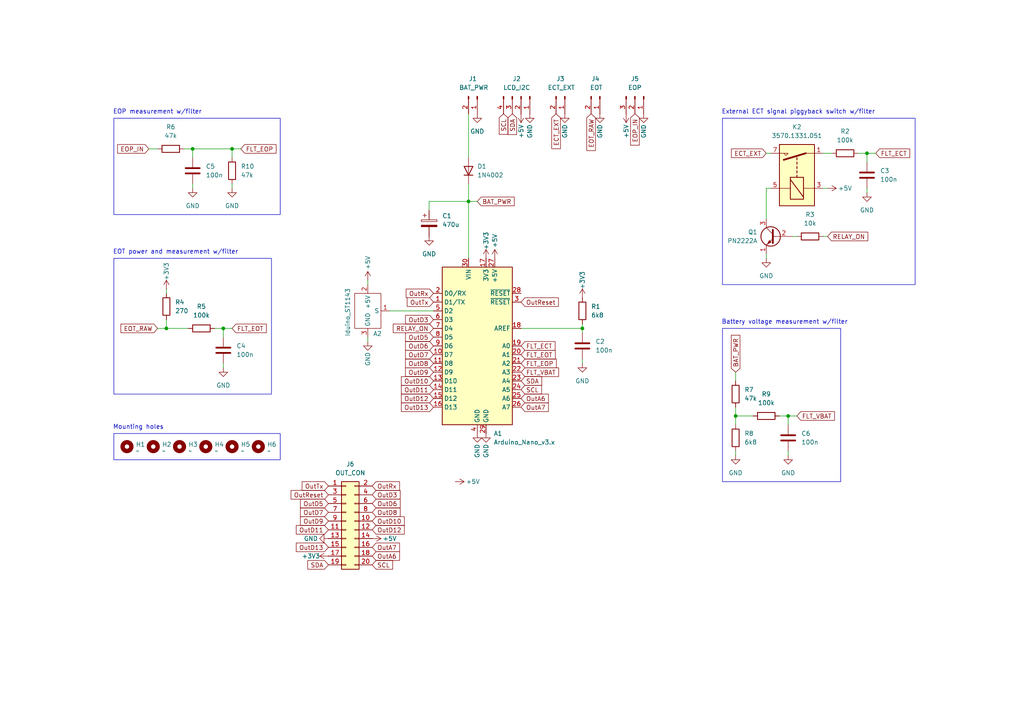
<source format=kicad_sch>
(kicad_sch (version 20231120) (generator "eeschema") (generator_version "8.0")
  (paper "A4")
  (title_block (title "Ardumiata Main PCB") (date "2024-05-11") (rev "v1") (comment 1 "Author: Mikołaj Bajkowski") (comment 2 "License: CC BY 4.0"))
  (lib_symbols
    (symbol "Connector:Conn_01x02_Pin" (pin_names (offset 1.016) hide)
      (property "Reference" "J" (at 0 2.54 0))
      (property "Value" "Conn_01x02_Pin" (at 0 -5.08 0))
      (symbol "Conn_01x02_Pin_1_1"
        (polyline (pts (xy 1.27 -2.54) (xy 0.8636 -2.54)) (stroke (width 0.1524)))
        (polyline (pts (xy 1.27 0) (xy 0.8636 0)) (stroke (width 0.1524)))
        (rectangle (start 0.8636 -2.413) (end 0 -2.667) (stroke (width 0.1524)) (fill (type outline)))
        (rectangle (start 0.8636 0.127) (end 0 -0.127) (stroke (width 0.1524)) (fill (type outline)))
        (pin passive line (at 5.08 0 180) (length 3.81) (name "Pin_1") (number "1"))
        (pin passive line (at 5.08 -2.54 180) (length 3.81) (name "Pin_2") (number "2"))
      )
    )
    (symbol "Connector:Conn_01x03_Pin" (pin_names (offset 1.016) hide)
      (property "Reference" "J" (at 0 5.08 0))
      (property "Value" "Conn_01x03_Pin" (at 0 -5.08 0))
      (symbol "Conn_01x03_Pin_1_1"
        (polyline (pts (xy 1.27 -2.54) (xy 0.8636 -2.54)) (stroke (width 0.1524)))
        (polyline (pts (xy 1.27 0) (xy 0.8636 0)) (stroke (width 0.1524)))
        (polyline (pts (xy 1.27 2.54) (xy 0.8636 2.54)) (stroke (width 0.1524)))
        (rectangle (start 0.8636 -2.413) (end 0 -2.667) (stroke (width 0.1524)) (fill (type outline)))
        (rectangle (start 0.8636 0.127) (end 0 -0.127) (stroke (width 0.1524)) (fill (type outline)))
        (rectangle (start 0.8636 2.667) (end 0 2.413) (stroke (width 0.1524)) (fill (type outline)))
        (pin passive line (at 5.08 2.54 180) (length 3.81) (name "Pin_1") (number "1"))
        (pin passive line (at 5.08 0 180) (length 3.81) (name "Pin_2") (number "2"))
        (pin passive line (at 5.08 -2.54 180) (length 3.81) (name "Pin_3") (number "3"))
      )
    )
    (symbol "Connector:Conn_01x04_Pin" (pin_names (offset 1.016) hide)
      (property "Reference" "J" (at 0 5.08 0))
      (property "Value" "Conn_01x04_Pin" (at 0 -7.62 0))
      (symbol "Conn_01x04_Pin_1_1"
        (polyline (pts (xy 1.27 -5.08) (xy 0.8636 -5.08)) (stroke (width 0.1524)))
        (polyline (pts (xy 1.27 -2.54) (xy 0.8636 -2.54)) (stroke (width 0.1524)))
        (polyline (pts (xy 1.27 0) (xy 0.8636 0)) (stroke (width 0.1524)))
        (polyline (pts (xy 1.27 2.54) (xy 0.8636 2.54)) (stroke (width 0.1524)))
        (rectangle (start 0.8636 -4.953) (end 0 -5.207) (stroke (width 0.1524)) (fill (type outline)))
        (rectangle (start 0.8636 -2.413) (end 0 -2.667) (stroke (width 0.1524)) (fill (type outline)))
        (rectangle (start 0.8636 0.127) (end 0 -0.127) (stroke (width 0.1524)) (fill (type outline)))
        (rectangle (start 0.8636 2.667) (end 0 2.413) (stroke (width 0.1524)) (fill (type outline)))
        (pin passive line (at 5.08 2.54 180) (length 3.81) (name "Pin_1") (number "1"))
        (pin passive line (at 5.08 0 180) (length 3.81) (name "Pin_2") (number "2"))
        (pin passive line (at 5.08 -2.54 180) (length 3.81) (name "Pin_3") (number "3"))
        (pin passive line (at 5.08 -5.08 180) (length 3.81) (name "Pin_4") (number "4"))
      )
    )
    (symbol "Connector_Generic:Conn_02x10_Odd_Even" (pin_names (offset 1.016) hide)
      (property "Reference" "J" (at 1.27 12.7 0))
      (property "Value" "Conn_02x10_Odd_Even" (at 1.27 -15.24 0))
      (symbol "Conn_02x10_Odd_Even_1_1"
        (rectangle (start -1.27 -12.573) (end 0 -12.827) (stroke (width 0.1524)))
        (rectangle (start -1.27 -10.033) (end 0 -10.287) (stroke (width 0.1524)))
        (rectangle (start -1.27 -7.493) (end 0 -7.747) (stroke (width 0.1524)))
        (rectangle (start -1.27 -4.953) (end 0 -5.207) (stroke (width 0.1524)))
        (rectangle (start -1.27 -2.413) (end 0 -2.667) (stroke (width 0.1524)))
        (rectangle (start -1.27 0.127) (end 0 -0.127) (stroke (width 0.1524)))
        (rectangle (start -1.27 2.667) (end 0 2.413) (stroke (width 0.1524)))
        (rectangle (start -1.27 5.207) (end 0 4.953) (stroke (width 0.1524)))
        (rectangle (start -1.27 7.747) (end 0 7.493) (stroke (width 0.1524)))
        (rectangle (start -1.27 10.287) (end 0 10.033) (stroke (width 0.1524)))
        (rectangle (start -1.27 11.43) (end 3.81 -13.97) (stroke (width 0.254)) (fill (type background)))
        (rectangle (start 3.81 -12.573) (end 2.54 -12.827) (stroke (width 0.1524)))
        (rectangle (start 3.81 -10.033) (end 2.54 -10.287) (stroke (width 0.1524)))
        (rectangle (start 3.81 -7.493) (end 2.54 -7.747) (stroke (width 0.1524)))
        (rectangle (start 3.81 -4.953) (end 2.54 -5.207) (stroke (width 0.1524)))
        (rectangle (start 3.81 -2.413) (end 2.54 -2.667) (stroke (width 0.1524)))
        (rectangle (start 3.81 0.127) (end 2.54 -0.127) (stroke (width 0.1524)))
        (rectangle (start 3.81 2.667) (end 2.54 2.413) (stroke (width 0.1524)))
        (rectangle (start 3.81 5.207) (end 2.54 4.953) (stroke (width 0.1524)))
        (rectangle (start 3.81 7.747) (end 2.54 7.493) (stroke (width 0.1524)))
        (rectangle (start 3.81 10.287) (end 2.54 10.033) (stroke (width 0.1524)))
        (pin passive line (at -5.08 10.16 0) (length 3.81) (name "Pin_1") (number "1"))
        (pin passive line (at 7.62 0 180) (length 3.81) (name "Pin_10") (number "10"))
        (pin passive line (at -5.08 -2.54 0) (length 3.81) (name "Pin_11") (number "11"))
        (pin passive line (at 7.62 -2.54 180) (length 3.81) (name "Pin_12") (number "12"))
        (pin passive line (at -5.08 -5.08 0) (length 3.81) (name "Pin_13") (number "13"))
        (pin passive line (at 7.62 -5.08 180) (length 3.81) (name "Pin_14") (number "14"))
        (pin passive line (at -5.08 -7.62 0) (length 3.81) (name "Pin_15") (number "15"))
        (pin passive line (at 7.62 -7.62 180) (length 3.81) (name "Pin_16") (number "16"))
        (pin passive line (at -5.08 -10.16 0) (length 3.81) (name "Pin_17") (number "17"))
        (pin passive line (at 7.62 -10.16 180) (length 3.81) (name "Pin_18") (number "18"))
        (pin passive line (at -5.08 -12.7 0) (length 3.81) (name "Pin_19") (number "19"))
        (pin passive line (at 7.62 10.16 180) (length 3.81) (name "Pin_2") (number "2"))
        (pin passive line (at 7.62 -12.7 180) (length 3.81) (name "Pin_20") (number "20"))
        (pin passive line (at -5.08 7.62 0) (length 3.81) (name "Pin_3") (number "3"))
        (pin passive line (at 7.62 7.62 180) (length 3.81) (name "Pin_4") (number "4"))
        (pin passive line (at -5.08 5.08 0) (length 3.81) (name "Pin_5") (number "5"))
        (pin passive line (at 7.62 5.08 180) (length 3.81) (name "Pin_6") (number "6"))
        (pin passive line (at -5.08 2.54 0) (length 3.81) (name "Pin_7") (number "7"))
        (pin passive line (at 7.62 2.54 180) (length 3.81) (name "Pin_8") (number "8"))
        (pin passive line (at -5.08 0 0) (length 3.81) (name "Pin_9") (number "9"))
      )
    )
    (symbol "Device:C" (pin_numbers hide) (pin_names (offset 0.254))
      (property "Reference" "C" (at 0.635 2.54 0))
      (property "Value" "C" (at 0.635 -2.54 0))
      (symbol "C_0_1"
        (polyline (pts (xy -2.032 -0.762) (xy 2.032 -0.762)) (stroke (width 0.508)))
        (polyline (pts (xy -2.032 0.762) (xy 2.032 0.762)) (stroke (width 0.508)))
      )
      (symbol "C_1_1"
        (pin passive line (at 0 3.81 270) (length 2.794) (name "~") (number "1"))
        (pin passive line (at 0 -3.81 90) (length 2.794) (name "~") (number "2"))
      )
    )
    (symbol "Device:C_Polarized" (pin_numbers hide) (pin_names (offset 0.254))
      (property "Reference" "C" (at 0.635 2.54 0))
      (property "Value" "C_Polarized" (at 0.635 -2.54 0))
      (symbol "C_Polarized_0_1"
        (rectangle (start -2.286 0.508) (end 2.286 1.016))
        (polyline (pts (xy -1.778 2.286) (xy -0.762 2.286)))
        (polyline (pts (xy -1.27 2.794) (xy -1.27 1.778)))
        (rectangle (start 2.286 -0.508) (end -2.286 -1.016) (fill (type outline)))
      )
      (symbol "C_Polarized_1_1"
        (pin passive line (at 0 3.81 270) (length 2.794) (name "~") (number "1"))
        (pin passive line (at 0 -3.81 90) (length 2.794) (name "~") (number "2"))
      )
    )
    (symbol "Device:R" (pin_numbers hide) (pin_names (offset 0))
      (property "Reference" "R" (at 2.032 0 90))
      (property "Value" "R" (at 0 0 90))
      (symbol "R_0_1"
        (rectangle (start -1.016 -2.54) (end 1.016 2.54) (stroke (width 0.254)))
      )
      (symbol "R_1_1"
        (pin passive line (at 0 3.81 270) (length 1.27) (name "~") (number "1"))
        (pin passive line (at 0 -3.81 90) (length 1.27) (name "~") (number "2"))
      )
    )
    (symbol "Diode:1N4002" (pin_numbers hide) (pin_names hide)
      (property "Reference" "D" (at 0 2.54 0))
      (property "Value" "1N4002" (at 0 -2.54 0))
      (symbol "1N4002_0_1"
        (polyline (pts (xy -1.27 1.27) (xy -1.27 -1.27)) (stroke (width 0.254)))
        (polyline (pts (xy 1.27 0) (xy -1.27 0)))
        (polyline (pts (xy 1.27 1.27) (xy 1.27 -1.27) (xy -1.27 0) (xy 1.27 1.27)) (stroke (width 0.254)))
      )
      (symbol "1N4002_1_1"
        (pin passive line (at -3.81 0 0) (length 2.54) (name "K") (number "1"))
        (pin passive line (at 3.81 0 180) (length 2.54) (name "A") (number "2"))
      )
    )
    (symbol "MCU_Module:Arduino_Nano_v3.x"
      (property "Reference" "A" (at -10.16 23.495 0))
      (property "Value" "Arduino_Nano_v3.x" (at 5.08 -24.13 0))
      (symbol "Arduino_Nano_v3.x_0_1"
        (rectangle (start -10.16 22.86) (end 10.16 -22.86) (stroke (width 0.254)) (fill (type background)))
      )
      (symbol "Arduino_Nano_v3.x_1_1"
        (pin bidirectional line (at -12.7 12.7 0) (length 2.54) (name "D1/TX") (number "1"))
        (pin bidirectional line (at -12.7 -2.54 0) (length 2.54) (name "D7") (number "10"))
        (pin bidirectional line (at -12.7 -5.08 0) (length 2.54) (name "D8") (number "11"))
        (pin bidirectional line (at -12.7 -7.62 0) (length 2.54) (name "D9") (number "12"))
        (pin bidirectional line (at -12.7 -10.16 0) (length 2.54) (name "D10") (number "13"))
        (pin bidirectional line (at -12.7 -12.7 0) (length 2.54) (name "D11") (number "14"))
        (pin bidirectional line (at -12.7 -15.24 0) (length 2.54) (name "D12") (number "15"))
        (pin bidirectional line (at -12.7 -17.78 0) (length 2.54) (name "D13") (number "16"))
        (pin power_out line (at 2.54 25.4 270) (length 2.54) (name "3V3") (number "17"))
        (pin input line (at 12.7 5.08 180) (length 2.54) (name "AREF") (number "18"))
        (pin bidirectional line (at 12.7 0 180) (length 2.54) (name "A0") (number "19"))
        (pin bidirectional line (at -12.7 15.24 0) (length 2.54) (name "D0/RX") (number "2"))
        (pin bidirectional line (at 12.7 -2.54 180) (length 2.54) (name "A1") (number "20"))
        (pin bidirectional line (at 12.7 -5.08 180) (length 2.54) (name "A2") (number "21"))
        (pin bidirectional line (at 12.7 -7.62 180) (length 2.54) (name "A3") (number "22"))
        (pin bidirectional line (at 12.7 -10.16 180) (length 2.54) (name "A4") (number "23"))
        (pin bidirectional line (at 12.7 -12.7 180) (length 2.54) (name "A5") (number "24"))
        (pin bidirectional line (at 12.7 -15.24 180) (length 2.54) (name "A6") (number "25"))
        (pin bidirectional line (at 12.7 -17.78 180) (length 2.54) (name "A7") (number "26"))
        (pin power_out line (at 5.08 25.4 270) (length 2.54) (name "+5V") (number "27"))
        (pin input line (at 12.7 15.24 180) (length 2.54) (name "~{RESET}") (number "28"))
        (pin power_in line (at 2.54 -25.4 90) (length 2.54) (name "GND") (number "29"))
        (pin input line (at 12.7 12.7 180) (length 2.54) (name "~{RESET}") (number "3"))
        (pin power_in line (at -2.54 25.4 270) (length 2.54) (name "VIN") (number "30"))
        (pin power_in line (at 0 -25.4 90) (length 2.54) (name "GND") (number "4"))
        (pin bidirectional line (at -12.7 10.16 0) (length 2.54) (name "D2") (number "5"))
        (pin bidirectional line (at -12.7 7.62 0) (length 2.54) (name "D3") (number "6"))
        (pin bidirectional line (at -12.7 5.08 0) (length 2.54) (name "D4") (number "7"))
        (pin bidirectional line (at -12.7 2.54 0) (length 2.54) (name "D5") (number "8"))
        (pin bidirectional line (at -12.7 0 0) (length 2.54) (name "D6") (number "9"))
      )
    )
    (symbol "Mechanical:MountingHole" (pin_names (offset 1.016)) (exclude_from_sim yes) (in_bom no)
      (property "Reference" "H" (at 0 5.08 0))
      (property "Value" "MountingHole" (at 0 3.175 0))
      (symbol "MountingHole_0_1"
        (circle (center 0 0) (radius 1.27) (stroke (width 1.27)))
      )
    )
    (symbol "Relay:SILxx-1Axx-71x"
      (property "Reference" "K" (at 8.89 3.81 0))
      (property "Value" "SILxx-1Axx-71x" (at 8.89 1.27 0))
      (symbol "SILxx-1Axx-71x_0_0"
        (polyline (pts (xy 5.08 5.08) (xy 5.08 2.54) (xy 4.445 3.175) (xy 5.08 3.81)))
      )
      (symbol "SILxx-1Axx-71x_0_1"
        (rectangle (start -10.16 5.08) (end 7.62 -5.08) (stroke (width 0.254)) (fill (type background)))
        (rectangle (start -8.255 1.905) (end -1.905 -1.905) (stroke (width 0.254)))
        (polyline (pts (xy -7.62 -1.905) (xy -2.54 1.905)) (stroke (width 0.254)))
        (polyline (pts (xy -5.08 -5.08) (xy -5.08 -1.905)))
        (polyline (pts (xy -5.08 5.08) (xy -5.08 1.905)))
        (polyline (pts (xy -1.905 0) (xy -1.27 0)) (stroke (width 0.254)))
        (polyline (pts (xy -0.635 0) (xy 0 0)) (stroke (width 0.254)))
        (polyline (pts (xy 0.635 0) (xy 1.27 0)) (stroke (width 0.254)))
        (polyline (pts (xy 1.905 0) (xy 2.54 0)) (stroke (width 0.254)))
        (polyline (pts (xy 3.175 0) (xy 3.81 0)) (stroke (width 0.254)))
        (polyline (pts (xy 5.08 -2.54) (xy 3.175 3.81)) (stroke (width 0.508)))
        (polyline (pts (xy 5.08 -2.54) (xy 5.08 -5.08)))
      )
      (symbol "SILxx-1Axx-71x_1_1"
        (pin passive line (at 5.08 -7.62 90) (length 2.54) (name "~") (number "1"))
        (pin passive line (at -5.08 -7.62 90) (length 2.54) (name "~") (number "3"))
        (pin passive line (at -5.08 7.62 270) (length 2.54) (name "~") (number "5"))
        (pin passive line (at 5.08 7.62 270) (length 2.54) (name "~") (number "7"))
      )
    )
    (symbol "Transistor_BJT:PN2222A" (pin_names (offset 0) hide)
      (property "Reference" "Q" (at 5.08 1.905 0))
      (property "Value" "PN2222A" (at 5.08 0 0))
      (symbol "PN2222A_0_1"
        (polyline (pts (xy 0 0) (xy 0.635 0)))
        (polyline (pts (xy 2.54 -2.54) (xy 0.635 -0.635)))
        (polyline (pts (xy 2.54 2.54) (xy 0.635 0.635)))
        (polyline (pts (xy 0.635 1.905) (xy 0.635 -1.905) (xy 0.635 -1.905)) (stroke (width 0.508)))
        (polyline (pts (xy 2.413 -2.413) (xy 1.905 -1.905) (xy 1.905 -1.905)))
        (polyline (pts (xy 1.143 -1.651) (xy 1.651 -1.143) (xy 2.159 -2.159) (xy 1.143 -1.651) (xy 1.143 -1.651)) (fill (type outline)))
        (circle (center 1.27 0) (radius 2.8194) (stroke (width 0.254)))
      )
      (symbol "PN2222A_1_1"
        (pin passive line (at 2.54 -5.08 90) (length 2.54) (name "E") (number "1"))
        (pin input line (at -5.08 0 0) (length 5.08) (name "B") (number "2"))
        (pin passive line (at 2.54 5.08 270) (length 2.54) (name "C") (number "3"))
      )
    )
    (symbol "local_symlib:Iduino_ST1143"
      (property "Reference" "A" (at -1.778 -7.874 0))
      (property "Value" "Iduino_ST1143" (at 4.572 -10.16 0))
      (symbol "Iduino_ST1143_0_1"
        (rectangle (start 0 3.81) (end -7.62 -6.35))
      )
      (symbol "Iduino_ST1143_1_1"
        (pin input line (at 2.54 -1.27 180) (length 2.54) (name "S") (number "1"))
        (pin power_in line (at -3.81 6.35 270) (length 2.54) (name "+5V") (number "2"))
        (pin input line (at -3.81 -8.89 90) (length 2.54) (name "GND") (number "3"))
      )
    )
    (symbol "power:+3V3" (power) (pin_numbers hide) (pin_names (offset 0) hide)
      (property "Value" "+3V3" (at 0 3.556 0))
      (symbol "+3V3_0_1"
        (polyline (pts (xy -0.762 1.27) (xy 0 2.54)))
        (polyline (pts (xy 0 0) (xy 0 2.54)))
        (polyline (pts (xy 0 2.54) (xy 0.762 1.27)))
      )
      (symbol "+3V3_1_1"
        (pin power_in line (at 0 0 90) (length 0) (name "~") (number "1"))
      )
    )
    (symbol "power:+5V" (power) (pin_numbers hide) (pin_names (offset 0) hide)
      (property "Value" "+5V" (at 0 3.556 0))
      (symbol "+5V_0_1"
        (polyline (pts (xy -0.762 1.27) (xy 0 2.54)))
        (polyline (pts (xy 0 0) (xy 0 2.54)))
        (polyline (pts (xy 0 2.54) (xy 0.762 1.27)))
      )
      (symbol "+5V_1_1"
        (pin power_in line (at 0 0 90) (length 0) (name "~") (number "1"))
      )
    )
    (symbol "power:GND" (power) (pin_numbers hide) (pin_names (offset 0) hide)
      (property "Value" "GND" (at 0 -3.81 0))
      (symbol "GND_0_1"
        (polyline (pts (xy 0 0) (xy 0 -1.27) (xy 1.27 -1.27) (xy 0 -2.54) (xy -1.27 -1.27) (xy 0 -1.27)))
      )
      (symbol "GND_1_1"
        (pin power_in line (at 0 0 270) (length 0) (name "~") (number "1"))
      )
    )
  )
  (junction (at 64.77 95.25))
  (junction (at 67.31 43.18))
  (junction (at 213.36 120.65))
  (junction (at 168.91 95.25))
  (junction (at 251.46 44.45))
  (junction (at 55.88 43.18))
  (junction (at 228.6 120.65))
  (junction (at 135.89 58.42))
  (junction (at 48.26 95.25))
  (wire (pts (xy 168.91 93.98) (xy 168.91 95.25)))
  (wire (pts (xy 228.6 130.81) (xy 228.6 132.08)))
  (wire (pts (xy 124.46 58.42) (xy 135.89 58.42)))
  (wire (pts (xy 113.03 90.17) (xy 125.73 90.17)))
  (wire (pts (xy 48.26 92.71) (xy 48.26 95.25)))
  (wire (pts (xy 213.36 118.11) (xy 213.36 120.65)))
  (wire (pts (xy 64.77 95.25) (xy 67.31 95.25)))
  (wire (pts (xy 226.06 120.65) (xy 228.6 120.65)))
  (wire (pts (xy 222.25 73.66) (xy 222.25 74.93)))
  (wire (pts (xy 53.34 43.18) (xy 55.88 43.18)))
  (wire (pts (xy 168.91 95.25) (xy 168.91 96.52)))
  (wire (pts (xy 222.25 44.45) (xy 223.52 44.45)))
  (wire (pts (xy 248.92 44.45) (xy 251.46 44.45)))
  (wire (pts (xy 228.6 120.65) (xy 228.6 123.19)))
  (wire (pts (xy 168.91 95.25) (xy 151.13 95.25)))
  (wire (pts (xy 55.88 53.34) (xy 55.88 54.61)))
  (wire (pts (xy 55.88 43.18) (xy 55.88 45.72)))
  (wire (pts (xy 135.89 33.02) (xy 135.89 45.72)))
  (wire (pts (xy 228.6 120.65) (xy 231.14 120.65)))
  (wire (pts (xy 251.46 46.99) (xy 251.46 44.45)))
  (wire (pts (xy 222.25 54.61) (xy 223.52 54.61)))
  (wire (pts (xy 64.77 105.41) (xy 64.77 106.68)))
  (wire (pts (xy 55.88 43.18) (xy 67.31 43.18)))
  (wire (pts (xy 168.91 105.41) (xy 168.91 104.14)))
  (wire (pts (xy 213.36 120.65) (xy 213.36 123.19)))
  (wire (pts (xy 67.31 53.34) (xy 67.31 54.61)))
  (wire (pts (xy 213.36 130.81) (xy 213.36 132.08)))
  (wire (pts (xy 45.72 95.25) (xy 48.26 95.25)))
  (wire (pts (xy 106.68 81.28) (xy 106.68 82.55)))
  (wire (pts (xy 43.18 43.18) (xy 45.72 43.18)))
  (wire (pts (xy 213.36 120.65) (xy 218.44 120.65)))
  (wire (pts (xy 48.26 95.25) (xy 54.61 95.25)))
  (wire (pts (xy 135.89 58.42) (xy 135.89 74.93)))
  (wire (pts (xy 67.31 45.72) (xy 67.31 43.18)))
  (wire (pts (xy 135.89 53.34) (xy 135.89 58.42)))
  (wire (pts (xy 135.89 58.42) (xy 138.43 58.42)))
  (wire (pts (xy 238.76 44.45) (xy 241.3 44.45)))
  (wire (pts (xy 48.26 83.82) (xy 48.26 85.09)))
  (wire (pts (xy 222.25 63.5) (xy 222.25 54.61)))
  (wire (pts (xy 124.46 58.42) (xy 124.46 60.96)))
  (wire (pts (xy 67.31 43.18) (xy 69.85 43.18)))
  (wire (pts (xy 62.23 95.25) (xy 64.77 95.25)))
  (wire (pts (xy 106.68 97.79) (xy 106.68 99.06)))
  (wire (pts (xy 251.46 54.61) (xy 251.46 55.88)))
  (wire (pts (xy 251.46 44.45) (xy 254 44.45)))
  (wire (pts (xy 238.76 54.61) (xy 240.03 54.61)))
  (wire (pts (xy 229.87 68.58) (xy 231.14 68.58)))
  (wire (pts (xy 64.77 95.25) (xy 64.77 97.79)))
  (wire (pts (xy 240.03 68.58) (xy 238.76 68.58)))
  (wire (pts (xy 213.36 107.95) (xy 213.36 110.49)))
  (rectangle (start 33.02 34.29) (end 81.28 62.23))
  (rectangle (start 209.55 34.29) (end 265.43 82.55))
  (rectangle (start 33.02 74.93) (end 78.74 114.3))
  (rectangle (start 33.02 125.73) (end 81.28 133.35))
  (rectangle (start 209.55 95.25) (end 243.84 139.7))
  (text "EOP measurement w/filter" (at 32.766 32.512 0) (effects (font (size 1.27 1.27)) (justify left)))
  (text "Battery voltage measurement w/filter" (at 209.296 93.472 0) (effects (font (size 1.27 1.27)) (justify left)))
  (text "External ECT signal piggyback switch w/filter" (at 209.296 32.512 0) (effects (font (size 1.27 1.27)) (justify left)))
  (text "Mounting holes" (at 40.132 123.952 0) (effects (font (size 1.27 1.27))))
  (text "EOT power and measurement w/filter" (at 32.766 73.152 0) (effects (font (size 1.27 1.27)) (justify left)))
  (global_label "SCL" (shape input) (at 146.05 33.02 270) (property "Intersheetrefs" "${INTERSHEET_REFS}" (effects (hide yes))))
  (global_label "EOP_IN" (shape input) (at 184.15 33.02 270) (property "Intersheetrefs" "${INTERSHEET_REFS}" (effects (hide yes))))
  (global_label "OutD5" (shape input) (at 95.25 146.05 180) (property "Intersheetrefs" "${INTERSHEET_REFS}" (effects (hide yes))))
  (global_label "FLT_ECT" (shape input) (at 151.13 100.33 0) (property "Intersheetrefs" "${INTERSHEET_REFS}" (effects (hide yes))))
  (global_label "OutA6" (shape input) (at 107.95 161.29 0) (property "Intersheetrefs" "${INTERSHEET_REFS}" (effects (hide yes))))
  (global_label "OutD11" (shape input) (at 125.73 113.03 180) (property "Intersheetrefs" "${INTERSHEET_REFS}" (effects (hide yes))))
  (global_label "OutA6" (shape input) (at 151.13 115.57 0) (property "Intersheetrefs" "${INTERSHEET_REFS}" (effects (hide yes))))
  (global_label "RELAY_ON" (shape input) (at 240.03 68.58 0) (property "Intersheetrefs" "${INTERSHEET_REFS}" (effects (hide yes))))
  (global_label "OutD3" (shape input) (at 107.95 143.51 0) (property "Intersheetrefs" "${INTERSHEET_REFS}" (effects (hide yes))))
  (global_label "SCL" (shape input) (at 151.13 113.03 0) (property "Intersheetrefs" "${INTERSHEET_REFS}" (effects (hide yes))))
  (global_label "OutD6" (shape input) (at 107.95 146.05 0) (property "Intersheetrefs" "${INTERSHEET_REFS}" (effects (hide yes))))
  (global_label "OutReset" (shape input) (at 95.25 143.51 180) (property "Intersheetrefs" "${INTERSHEET_REFS}" (effects (hide yes))))
  (global_label "OutA7" (shape input) (at 107.95 158.75 0) (property "Intersheetrefs" "${INTERSHEET_REFS}" (effects (hide yes))))
  (global_label "OutD3" (shape input) (at 125.73 92.71 180) (property "Intersheetrefs" "${INTERSHEET_REFS}" (effects (hide yes))))
  (global_label "ECT_EXT" (shape input) (at 161.29 33.02 270) (property "Intersheetrefs" "${INTERSHEET_REFS}" (effects (hide yes))))
  (global_label "OutD11" (shape input) (at 95.25 153.67 180) (property "Intersheetrefs" "${INTERSHEET_REFS}" (effects (hide yes))))
  (global_label "FLT_EOT" (shape input) (at 151.13 102.87 0) (property "Intersheetrefs" "${INTERSHEET_REFS}" (effects (hide yes))))
  (global_label "FLT_EOT" (shape input) (at 67.31 95.25 0) (property "Intersheetrefs" "${INTERSHEET_REFS}" (effects (hide yes))))
  (global_label "OutD9" (shape input) (at 125.73 107.95 180) (property "Intersheetrefs" "${INTERSHEET_REFS}" (effects (hide yes))))
  (global_label "SDA" (shape input) (at 95.25 163.83 180) (property "Intersheetrefs" "${INTERSHEET_REFS}" (effects (hide yes))))
  (global_label "ECT_EXT" (shape input) (at 222.25 44.45 180) (property "Intersheetrefs" "${INTERSHEET_REFS}" (effects (hide yes))))
  (global_label "OutD13" (shape input) (at 95.25 158.75 180) (property "Intersheetrefs" "${INTERSHEET_REFS}" (effects (hide yes))))
  (global_label "FLT_ECT" (shape input) (at 254 44.45 0) (property "Intersheetrefs" "${INTERSHEET_REFS}" (effects (hide yes))))
  (global_label "BAT_PWR" (shape input) (at 138.43 58.42 0) (property "Intersheetrefs" "${INTERSHEET_REFS}" (effects (hide yes))))
  (global_label "OutTx" (shape input) (at 95.25 140.97 180) (property "Intersheetrefs" "${INTERSHEET_REFS}" (effects (hide yes))))
  (global_label "FLT_EOP" (shape input) (at 151.13 105.41 0) (property "Intersheetrefs" "${INTERSHEET_REFS}" (effects (hide yes))))
  (global_label "BAT_PWR" (shape input) (at 213.36 107.95 90) (property "Intersheetrefs" "${INTERSHEET_REFS}" (effects (hide yes))))
  (global_label "OutA7" (shape input) (at 151.13 118.11 0) (property "Intersheetrefs" "${INTERSHEET_REFS}" (effects (hide yes))))
  (global_label "OutD6" (shape input) (at 125.73 100.33 180) (property "Intersheetrefs" "${INTERSHEET_REFS}" (effects (hide yes))))
  (global_label "OutD7" (shape input) (at 125.73 102.87 180) (property "Intersheetrefs" "${INTERSHEET_REFS}" (effects (hide yes))))
  (global_label "FLT_VBAT" (shape input) (at 231.14 120.65 0) (property "Intersheetrefs" "${INTERSHEET_REFS}" (effects (hide yes))))
  (global_label "EOT_RAW" (shape input) (at 171.45 33.02 270) (property "Intersheetrefs" "${INTERSHEET_REFS}" (effects (hide yes))))
  (global_label "OutReset" (shape input) (at 151.13 87.63 0) (property "Intersheetrefs" "${INTERSHEET_REFS}" (effects (hide yes))))
  (global_label "SCL" (shape input) (at 107.95 163.83 0) (property "Intersheetrefs" "${INTERSHEET_REFS}" (effects (hide yes))))
  (global_label "OutD12" (shape input) (at 125.73 115.57 180) (property "Intersheetrefs" "${INTERSHEET_REFS}" (effects (hide yes))))
  (global_label "OutRx" (shape input) (at 125.73 85.09 180) (property "Intersheetrefs" "${INTERSHEET_REFS}" (effects (hide yes))))
  (global_label "OutD8" (shape input) (at 125.73 105.41 180) (property "Intersheetrefs" "${INTERSHEET_REFS}" (effects (hide yes))))
  (global_label "OutD7" (shape input) (at 95.25 148.59 180) (property "Intersheetrefs" "${INTERSHEET_REFS}" (effects (hide yes))))
  (global_label "SDA" (shape input) (at 148.59 33.02 270) (property "Intersheetrefs" "${INTERSHEET_REFS}" (effects (hide yes))))
  (global_label "EOT_RAW" (shape input) (at 45.72 95.25 180) (property "Intersheetrefs" "${INTERSHEET_REFS}" (effects (hide yes))))
  (global_label "OutD5" (shape input) (at 125.73 97.79 180) (property "Intersheetrefs" "${INTERSHEET_REFS}" (effects (hide yes))))
  (global_label "OutTx" (shape input) (at 125.73 87.63 180) (property "Intersheetrefs" "${INTERSHEET_REFS}" (effects (hide yes))))
  (global_label "OutD12" (shape input) (at 107.95 153.67 0) (property "Intersheetrefs" "${INTERSHEET_REFS}" (effects (hide yes))))
  (global_label "RELAY_ON" (shape input) (at 125.73 95.25 180) (property "Intersheetrefs" "${INTERSHEET_REFS}" (effects (hide yes))))
  (global_label "OutD8" (shape input) (at 107.95 148.59 0) (property "Intersheetrefs" "${INTERSHEET_REFS}" (effects (hide yes))))
  (global_label "EOP_IN" (shape input) (at 43.18 43.18 180) (property "Intersheetrefs" "${INTERSHEET_REFS}" (effects (hide yes))))
  (global_label "OutRx" (shape input) (at 107.95 140.97 0) (property "Intersheetrefs" "${INTERSHEET_REFS}" (effects (hide yes))))
  (global_label "FLT_VBAT" (shape input) (at 151.13 107.95 0) (property "Intersheetrefs" "${INTERSHEET_REFS}" (effects (hide yes))))
  (global_label "OutD9" (shape input) (at 95.25 151.13 180) (property "Intersheetrefs" "${INTERSHEET_REFS}" (effects (hide yes))))
  (global_label "OutD13" (shape input) (at 125.73 118.11 180) (property "Intersheetrefs" "${INTERSHEET_REFS}" (effects (hide yes))))
  (global_label "SDA" (shape input) (at 151.13 110.49 0) (property "Intersheetrefs" "${INTERSHEET_REFS}" (effects (hide yes))))
  (global_label "FLT_EOP" (shape input) (at 69.85 43.18 0) (property "Intersheetrefs" "${INTERSHEET_REFS}" (effects (hide yes))))
  (global_label "OutD10" (shape input) (at 107.95 151.13 0) (property "Intersheetrefs" "${INTERSHEET_REFS}" (effects (hide yes))))
  (global_label "OutD10" (shape input) (at 125.73 110.49 180) (property "Intersheetrefs" "${INTERSHEET_REFS}" (effects (hide yes))))
  (symbol (lib_id "power:+5V") (at 143.51 74.93 0) (unit 1)
    (property "Reference" "#PWR03" (effects (hide yes)))
    (property "Value" "+5V" (at 143.51 69.85 90))
    (property "Description" "Power symbol creates a global label with name \"+5V\"" (effects (hide yes)))
  )
  (symbol (lib_id "Device:C") (at 251.46 50.8 0) (unit 1)
    (property "Reference" "C3" (at 255.27 49.5299 0) (effects (justify left)))
    (property "Value" "100n" (at 255.27 52.0699 0) (effects (justify left)))
    (property "Footprint" "Capacitor_THT:C_Disc_D3.8mm_W2.6mm_P2.50mm" (effects (hide yes)))
    (property "Description" "Unpolarized capacitor" (effects (hide yes)))
  )
  (symbol (lib_id "Device:R") (at 168.91 90.17 180) (unit 1)
    (property "Reference" "R1" (at 171.45 88.8999 0) (effects (justify right)))
    (property "Value" "6k8" (at 171.45 91.4399 0) (effects (justify right)))
    (property "Footprint" "Resistor_THT:R_Axial_DIN0207_L6.3mm_D2.5mm_P7.62mm_Horizontal" (effects (hide yes)))
    (property "Description" "Resistor" (effects (hide yes)))
  )
  (symbol (lib_id "power:GND") (at 124.46 68.58 0) (unit 1)
    (property "Reference" "#PWR01" (effects (hide yes)))
    (property "Value" "GND" (at 124.46 73.66 0))
    (property "Description" "Power symbol creates a global label with name \"GND\" , ground" (effects (hide yes)))
  )
  (symbol (lib_id "Relay:SILxx-1Axx-71x") (at 231.14 49.53 90) (unit 1)
    (property "Reference" "K2" (at 231.14 36.83 90))
    (property "Value" "3570.1331.051" (at 231.14 39.37 90))
    (property "Footprint" "Relay_THT:Relay_SPST_StandexMeder_SIL_Form1A" (effects (hide yes)))
    (property "Datasheet" "https://standexelectronics.com/wp-content/uploads/datasheet_reed_relay_SIL.pdf" (effects (hide yes)))
    (property "Description" "Standex Meder SIL reed relay, SPST, Closing Contact" (effects (hide yes)))
  )
  (symbol (lib_id "power:+3V3") (at 168.91 86.36 0) (unit 1)
    (property "Reference" "#PWR05" (effects (hide yes)))
    (property "Value" "+3V3" (at 168.91 81.28 90))
    (property "Description" "Power symbol creates a global label with name \"+3V3\"" (effects (hide yes)))
  )
  (symbol (lib_id "power:+3V3") (at 95.25 161.29 90) (unit 1)
    (property "Reference" "#PWR026" (effects (hide yes)))
    (property "Value" "+3V3" (at 90.17 161.29 90))
    (property "Description" "Power symbol creates a global label with name \"+3V3\"" (effects (hide yes)))
  )
  (symbol (lib_id "power:+3V3") (at 48.26 83.82 0) (unit 1)
    (property "Reference" "#PWR018" (effects (hide yes)))
    (property "Value" "+3V3" (at 48.26 78.74 90))
    (property "Description" "Power symbol creates a global label with name \"+3V3\"" (effects (hide yes)))
  )
  (symbol (lib_id "Connector:Conn_01x02_Pin") (at 138.43 27.94 270) (unit 1)
    (property "Reference" "J1" (at 137.16 22.86 90))
    (property "Value" "BAT_PWR" (at 137.414 25.4 90))
    (property "Footprint" "Connector_Molex:Molex_KK-254_AE-6410-02A_1x02_P2.54mm_Vertical" (effects (hide yes)))
    (property "Description" "Generic connector, single row, 01x02, script generated" (effects (hide yes)))
  )
  (symbol (lib_id "local_symlib:Iduino_ST1143") (at 110.49 88.9 0) (unit 1)
    (property "Reference" "A2" (at 110.744 96.774 0) (effects (justify right)))
    (property "Value" "Iduino_ST1143" (at 100.838 83.566 90) (effects (justify right)))
    (property "Footprint" "local_footlib:Iduino_ST1143" (effects (hide yes)))
  )
  (symbol (lib_id "Device:R") (at 222.25 120.65 90) (unit 1)
    (property "Reference" "R9" (at 222.25 114.3 90))
    (property "Value" "100k" (at 222.25 116.84 90))
    (property "Footprint" "Resistor_THT:R_Axial_DIN0207_L6.3mm_D2.5mm_P7.62mm_Horizontal" (effects (hide yes)))
    (property "Description" "Resistor" (effects (hide yes)))
  )
  (symbol (lib_id "Connector:Conn_01x04_Pin") (at 151.13 27.94 270) (unit 1)
    (property "Reference" "J2" (at 149.86 22.86 90))
    (property "Value" "LCD_I2C" (at 149.86 25.4 90))
    (property "Footprint" "Connector_Molex:Molex_KK-254_AE-6410-04A_1x04_P2.54mm_Vertical" (effects (hide yes)))
    (property "Description" "Generic connector, single row, 01x04, script generated" (effects (hide yes)))
  )
  (symbol (lib_id "power:+5V") (at 240.03 54.61 270) (unit 1)
    (property "Reference" "#PWR014" (effects (hide yes)))
    (property "Value" "+5V" (at 245.11 54.61 90))
    (property "Description" "Power symbol creates a global label with name \"+5V\"" (effects (hide yes)))
  )
  (symbol (lib_id "Device:R") (at 48.26 88.9 0) (unit 1)
    (property "Reference" "R4" (at 50.8 87.6299 0) (effects (justify left)))
    (property "Value" "270" (at 50.8 90.1699 0) (effects (justify left)))
    (property "Footprint" "Resistor_THT:R_Axial_DIN0207_L6.3mm_D2.5mm_P7.62mm_Horizontal" (effects (hide yes)))
    (property "Description" "Resistor" (effects (hide yes)))
  )
  (symbol (lib_id "power:GND") (at 213.36 132.08 0) (unit 1)
    (property "Reference" "#PWR021" (effects (hide yes)))
    (property "Value" "GND" (at 213.36 137.16 0))
    (property "Description" "Power symbol creates a global label with name \"GND\" , ground" (effects (hide yes)))
  )
  (symbol (lib_id "power:GND") (at 222.25 74.93 0) (mirror y) (unit 1)
    (property "Reference" "#PWR013" (effects (hide yes)))
    (property "Value" "GND" (at 222.25 80.01 0))
    (property "Description" "Power symbol creates a global label with name \"GND\" , ground" (effects (hide yes)))
  )
  (symbol (lib_id "power:GND") (at 251.46 55.88 0) (unit 1)
    (property "Reference" "#PWR015" (effects (hide yes)))
    (property "Value" "GND" (at 251.46 60.96 0))
    (property "Description" "Power symbol creates a global label with name \"GND\" , ground" (effects (hide yes)))
  )
  (symbol (lib_id "power:+5V") (at 151.13 33.02 180) (unit 1)
    (property "Reference" "#PWR08" (effects (hide yes)))
    (property "Value" "+5V" (at 151.13 38.1 90))
    (property "Description" "Power symbol creates a global label with name \"+5V\"" (effects (hide yes)))
  )
  (symbol (lib_id "Device:R") (at 49.53 43.18 90) (unit 1)
    (property "Reference" "R6" (at 49.53 36.83 90))
    (property "Value" "47k" (at 49.53 39.37 90))
    (property "Footprint" "Resistor_THT:R_Axial_DIN0207_L6.3mm_D2.5mm_P7.62mm_Horizontal" (effects (hide yes)))
    (property "Description" "Resistor" (effects (hide yes)))
  )
  (symbol (lib_id "Device:R") (at 245.11 44.45 90) (unit 1)
    (property "Reference" "R2" (at 245.11 38.1 90))
    (property "Value" "100k" (at 245.11 40.64 90))
    (property "Footprint" "Resistor_THT:R_Axial_DIN0207_L6.3mm_D2.5mm_P7.62mm_Horizontal" (effects (hide yes)))
    (property "Description" "Resistor" (effects (hide yes)))
  )
  (symbol (lib_id "Connector:Conn_01x02_Pin") (at 173.99 27.94 270) (unit 1)
    (property "Reference" "J4" (at 172.72 22.86 90))
    (property "Value" "EOT" (at 172.974 25.4 90))
    (property "Footprint" "Connector_Molex:Molex_KK-254_AE-6410-02A_1x02_P2.54mm_Vertical" (effects (hide yes)))
    (property "Description" "Generic connector, single row, 01x02, script generated" (effects (hide yes)))
  )
  (symbol (lib_id "power:+5V") (at 132.08 139.7 270) (unit 1)
    (property "Reference" "#PWR028" (effects (hide yes)))
    (property "Value" "+5V" (at 137.16 139.7 90))
    (property "Description" "Power symbol creates a global label with name \"+5V\"" (effects (hide yes)))
  )
  (symbol (lib_id "power:+3V3") (at 140.97 74.93 0) (unit 1)
    (property "Reference" "#PWR04" (effects (hide yes)))
    (property "Value" "+3V3" (at 140.97 69.85 90))
    (property "Description" "Power symbol creates a global label with name \"+3V3\"" (effects (hide yes)))
  )
  (symbol (lib_id "power:GND") (at 153.67 33.02 0) (unit 1)
    (property "Reference" "#PWR07" (effects (hide yes)))
    (property "Value" "GND" (at 153.67 38.1 90))
    (property "Description" "Power symbol creates a global label with name \"GND\" , ground" (effects (hide yes)))
  )
  (symbol (lib_id "Device:R") (at 213.36 127 180) (unit 1)
    (property "Reference" "R8" (at 215.9 125.7299 0) (effects (justify right)))
    (property "Value" "6k8" (at 215.9 128.2699 0) (effects (justify right)))
    (property "Footprint" "Resistor_THT:R_Axial_DIN0207_L6.3mm_D2.5mm_P7.62mm_Horizontal" (effects (hide yes)))
    (property "Description" "Resistor" (effects (hide yes)))
  )
  (symbol (lib_id "Device:R") (at 58.42 95.25 90) (unit 1)
    (property "Reference" "R5" (at 58.42 88.9 90))
    (property "Value" "100k" (at 58.42 91.44 90))
    (property "Footprint" "Resistor_THT:R_Axial_DIN0207_L6.3mm_D2.5mm_P7.62mm_Horizontal" (effects (hide yes)))
    (property "Description" "Resistor" (effects (hide yes)))
  )
  (symbol (lib_id "Device:R") (at 234.95 68.58 90) (unit 1)
    (property "Reference" "R3" (at 234.95 62.23 90))
    (property "Value" "10k" (at 234.95 64.77 90))
    (property "Footprint" "Resistor_THT:R_Axial_DIN0207_L6.3mm_D2.5mm_P7.62mm_Horizontal" (effects (hide yes)))
    (property "Description" "Resistor" (effects (hide yes)))
  )
  (symbol (lib_id "Device:R") (at 67.31 49.53 180) (unit 1)
    (property "Reference" "R10" (at 69.85 48.2599 0) (effects (justify right)))
    (property "Value" "47k" (at 69.85 50.7999 0) (effects (justify right)))
    (property "Footprint" "Resistor_THT:R_Axial_DIN0207_L6.3mm_D2.5mm_P7.62mm_Horizontal" (effects (hide yes)))
    (property "Description" "Resistor" (effects (hide yes)))
  )
  (symbol (lib_id "power:GND") (at 67.31 54.61 0) (unit 1)
    (property "Reference" "#PWR025" (effects (hide yes)))
    (property "Value" "GND" (at 67.31 59.69 0))
    (property "Description" "Power symbol creates a global label with name \"GND\" , ground" (effects (hide yes)))
  )
  (symbol (lib_id "power:GND") (at 138.43 125.73 0) (unit 1)
    (property "Reference" "#PWR016" (effects (hide yes)))
    (property "Value" "GND" (at 138.43 130.81 90))
    (property "Description" "Power symbol creates a global label with name \"GND\" , ground" (effects (hide yes)))
  )
  (symbol (lib_id "Mechanical:MountingHole") (at 44.45 129.54 0) (unit 1) (exclude_from_sim yes) (in_bom no)
    (property "Reference" "H2" (at 46.99 128.9049 0) (effects (justify left)))
    (property "Value" "~" (at 46.99 130.81 0) (effects (justify left)))
    (property "Footprint" "MountingHole:MountingHole_3.5mm" (effects (hide yes)))
    (property "Description" "Mounting Hole without connection" (effects (hide yes)))
  )
  (symbol (lib_id "Mechanical:MountingHole") (at 74.93 129.54 0) (unit 1) (exclude_from_sim yes) (in_bom no)
    (property "Reference" "H6" (at 77.47 128.9049 0) (effects (justify left)))
    (property "Value" "~" (at 77.47 130.81 0) (effects (justify left)))
    (property "Footprint" "MountingHole:MountingHole_3.5mm" (effects (hide yes)))
    (property "Description" "Mounting Hole without connection" (effects (hide yes)))
  )
  (symbol (lib_id "power:+5V") (at 181.61 33.02 180) (unit 1)
    (property "Reference" "#PWR012" (effects (hide yes)))
    (property "Value" "+5V" (at 181.61 38.1 90))
    (property "Description" "Power symbol creates a global label with name \"+5V\"" (effects (hide yes)))
  )
  (symbol (lib_id "Device:C") (at 228.6 127 0) (unit 1)
    (property "Reference" "C6" (at 232.41 125.7299 0) (effects (justify left)))
    (property "Value" "100n" (at 232.41 128.2699 0) (effects (justify left)))
    (property "Footprint" "Capacitor_THT:C_Disc_D3.8mm_W2.6mm_P2.50mm" (effects (hide yes)))
    (property "Description" "Unpolarized capacitor" (effects (hide yes)))
  )
  (symbol (lib_id "Mechanical:MountingHole") (at 52.07 129.54 0) (unit 1) (exclude_from_sim yes) (in_bom no)
    (property "Reference" "H3" (at 54.61 128.9049 0) (effects (justify left)))
    (property "Value" "~" (at 54.61 130.81 0) (effects (justify left)))
    (property "Footprint" "MountingHole:MountingHole_3.5mm" (effects (hide yes)))
    (property "Description" "Mounting Hole without connection" (effects (hide yes)))
  )
  (symbol (lib_id "power:GND") (at 163.83 33.02 0) (unit 1)
    (property "Reference" "#PWR09" (effects (hide yes)))
    (property "Value" "GND" (at 163.83 38.1 90))
    (property "Description" "Power symbol creates a global label with name \"GND\" , ground" (effects (hide yes)))
  )
  (symbol (lib_id "power:GND") (at 173.99 33.02 0) (unit 1)
    (property "Reference" "#PWR010" (effects (hide yes)))
    (property "Value" "GND" (at 173.99 38.1 90))
    (property "Description" "Power symbol creates a global label with name \"GND\" , ground" (effects (hide yes)))
  )
  (symbol (lib_id "power:GND") (at 228.6 132.08 0) (unit 1)
    (property "Reference" "#PWR022" (effects (hide yes)))
    (property "Value" "GND" (at 228.6 137.16 0))
    (property "Description" "Power symbol creates a global label with name \"GND\" , ground" (effects (hide yes)))
  )
  (symbol (lib_id "power:GND") (at 138.43 33.02 0) (unit 1)
    (property "Reference" "#PWR02" (effects (hide yes)))
    (property "Value" "GND" (at 138.43 38.1 0))
    (property "Description" "Power symbol creates a global label with name \"GND\" , ground" (effects (hide yes)))
  )
  (symbol (lib_id "Transistor_BJT:PN2222A") (at 224.79 68.58 0) (mirror y) (unit 1)
    (property "Reference" "Q1" (at 219.71 67.3099 0) (effects (justify left)))
    (property "Value" "PN2222A" (at 219.71 69.8499 0) (effects (justify left)))
    (property "Footprint" "Package_TO_SOT_THT:TO-92_Inline" (effects (hide yes)))
    (property "Datasheet" "https://www.onsemi.com/pub/Collateral/PN2222-D.PDF" (effects (hide yes)))
    (property "Description" "1A Ic, 40V Vce, NPN Transistor, General Purpose Transistor, TO-92" (effects (hide yes)))
  )
  (symbol (lib_id "power:+5V") (at 107.95 156.21 270) (unit 1)
    (property "Reference" "#PWR027" (effects (hide yes)))
    (property "Value" "+5V" (at 113.03 156.21 90))
    (property "Description" "Power symbol creates a global label with name \"+5V\"" (effects (hide yes)))
  )
  (symbol (lib_id "Mechanical:MountingHole") (at 59.69 129.54 0) (unit 1) (exclude_from_sim yes) (in_bom no)
    (property "Reference" "H4" (at 62.23 128.9049 0) (effects (justify left)))
    (property "Value" "~" (at 62.23 130.81 0) (effects (justify left)))
    (property "Footprint" "MountingHole:MountingHole_3.5mm" (effects (hide yes)))
    (property "Description" "Mounting Hole without connection" (effects (hide yes)))
  )
  (symbol (lib_id "Device:R") (at 213.36 114.3 180) (unit 1)
    (property "Reference" "R7" (at 215.9 113.0299 0) (effects (justify right)))
    (property "Value" "47k" (at 215.9 115.5699 0) (effects (justify right)))
    (property "Footprint" "Resistor_THT:R_Axial_DIN0207_L6.3mm_D2.5mm_P7.62mm_Horizontal" (effects (hide yes)))
    (property "Description" "Resistor" (effects (hide yes)))
  )
  (symbol (lib_id "Connector_Generic:Conn_02x10_Odd_Even") (at 100.33 151.13 0) (unit 1)
    (property "Reference" "J6" (at 101.6 134.62 0))
    (property "Value" "OUT_CON" (at 101.6 137.16 0))
    (property "Footprint" "Connector_IDC:IDC-Header_2x10_P2.54mm_Vertical" (effects (hide yes)))
    (property "Description" "Generic connector, double row, 02x10, odd/even pin numbering scheme (row 1 odd numbers, row 2 even numbers), script generated (kicad-library-utils/schlib/autogen/connector/)" (effects (hide yes)))
  )
  (symbol (lib_id "power:GND") (at 186.69 33.02 0) (unit 1)
    (property "Reference" "#PWR011" (effects (hide yes)))
    (property "Value" "GND" (at 186.69 38.1 90))
    (property "Description" "Power symbol creates a global label with name \"GND\" , ground" (effects (hide yes)))
  )
  (symbol (lib_id "power:+5V") (at 106.68 81.28 0) (unit 1)
    (property "Reference" "#PWR023" (effects (hide yes)))
    (property "Value" "+5V" (at 106.68 76.2 90))
    (property "Description" "Power symbol creates a global label with name \"+5V\"" (effects (hide yes)))
  )
  (symbol (lib_id "power:GND") (at 140.97 125.73 0) (unit 1)
    (property "Reference" "#PWR017" (effects (hide yes)))
    (property "Value" "GND" (at 140.97 130.81 90))
    (property "Description" "Power symbol creates a global label with name \"GND\" , ground" (effects (hide yes)))
  )
  (symbol (lib_id "Diode:1N4002") (at 135.89 49.53 90) (unit 1)
    (property "Reference" "D1" (at 138.43 48.2599 90) (effects (justify right)))
    (property "Value" "1N4002" (at 138.43 50.7999 90) (effects (justify right)))
    (property "Footprint" "Diode_THT:D_DO-41_SOD81_P10.16mm_Horizontal" (effects (hide yes)))
    (property "Datasheet" "http://www.vishay.com/docs/88503/1n4001.pdf" (effects (hide yes)))
    (property "Description" "100V 1A General Purpose Rectifier Diode, DO-41" (effects (hide yes)))
    (property "Sim.Device" "D" (effects (hide yes)))
    (property "Sim.Pins" "1=K 2=A" (effects (hide yes)))
  )
  (symbol (lib_id "MCU_Module:Arduino_Nano_v3.x") (at 138.43 100.33 0) (unit 1)
    (property "Reference" "A1" (at 143.1641 125.73 0) (effects (justify left)))
    (property "Value" "Arduino_Nano_v3.x" (at 143.1641 128.27 0) (effects (justify left)))
    (property "Footprint" "Module:Arduino_Nano" (effects (hide yes)))
    (property "Datasheet" "http://www.mouser.com/pdfdocs/Gravitech_Arduino_Nano3_0.pdf" (effects (hide yes)))
    (property "Description" "Arduino Nano v3.x" (effects (hide yes)))
  )
  (symbol (lib_id "Mechanical:MountingHole") (at 67.31 129.54 0) (unit 1) (exclude_from_sim yes) (in_bom no)
    (property "Reference" "H5" (at 69.85 128.9049 0) (effects (justify left)))
    (property "Value" "~" (at 69.85 130.81 0) (effects (justify left)))
    (property "Footprint" "MountingHole:MountingHole_3.5mm" (effects (hide yes)))
    (property "Description" "Mounting Hole without connection" (effects (hide yes)))
  )
  (symbol (lib_id "power:GND") (at 106.68 99.06 0) (unit 1)
    (property "Reference" "#PWR024" (effects (hide yes)))
    (property "Value" "GND" (at 106.68 104.14 90))
    (property "Description" "Power symbol creates a global label with name \"GND\" , ground" (effects (hide yes)))
  )
  (symbol (lib_id "Device:C") (at 55.88 49.53 0) (unit 1)
    (property "Reference" "C5" (at 59.69 48.2599 0) (effects (justify left)))
    (property "Value" "100n" (at 59.69 50.7999 0) (effects (justify left)))
    (property "Footprint" "Capacitor_THT:C_Disc_D3.8mm_W2.6mm_P2.50mm" (effects (hide yes)))
    (property "Description" "Unpolarized capacitor" (effects (hide yes)))
  )
  (symbol (lib_id "Connector:Conn_01x02_Pin") (at 163.83 27.94 270) (unit 1)
    (property "Reference" "J3" (at 162.56 22.86 90))
    (property "Value" "ECT_EXT" (at 162.814 25.4 90))
    (property "Footprint" "Connector_Molex:Molex_KK-254_AE-6410-02A_1x02_P2.54mm_Vertical" (effects (hide yes)))
    (property "Description" "Generic connector, single row, 01x02, script generated" (effects (hide yes)))
  )
  (symbol (lib_id "Mechanical:MountingHole") (at 36.83 129.54 0) (unit 1) (exclude_from_sim yes) (in_bom no)
    (property "Reference" "H1" (at 39.37 128.9049 0) (effects (justify left)))
    (property "Value" "~" (at 39.37 130.81 0) (effects (justify left)))
    (property "Footprint" "MountingHole:MountingHole_3.5mm" (effects (hide yes)))
    (property "Description" "Mounting Hole without connection" (effects (hide yes)))
  )
  (symbol (lib_id "Device:C_Polarized") (at 124.46 64.77 0) (unit 1)
    (property "Reference" "C1" (at 128.27 62.6109 0) (effects (justify left)))
    (property "Value" "470u" (at 128.27 65.1509 0) (effects (justify left)))
    (property "Footprint" "Capacitor_THT:CP_Radial_D10.0mm_P5.00mm" (effects (hide yes)))
    (property "Description" "Polarized capacitor" (effects (hide yes)))
  )
  (symbol (lib_id "power:GND") (at 168.91 105.41 0) (unit 1)
    (property "Reference" "#PWR06" (effects (hide yes)))
    (property "Value" "GND" (at 168.91 110.49 0))
    (property "Description" "Power symbol creates a global label with name \"GND\" , ground" (effects (hide yes)))
  )
  (symbol (lib_id "Device:C") (at 64.77 101.6 0) (unit 1)
    (property "Reference" "C4" (at 68.58 100.3299 0) (effects (justify left)))
    (property "Value" "100n" (at 68.58 102.8699 0) (effects (justify left)))
    (property "Footprint" "Capacitor_THT:C_Disc_D3.8mm_W2.6mm_P2.50mm" (effects (hide yes)))
    (property "Description" "Unpolarized capacitor" (effects (hide yes)))
  )
  (symbol (lib_id "Device:C") (at 168.91 100.33 0) (unit 1)
    (property "Reference" "C2" (at 172.72 99.0599 0) (effects (justify left)))
    (property "Value" "100n" (at 172.72 101.5999 0) (effects (justify left)))
    (property "Footprint" "Capacitor_THT:C_Disc_D3.8mm_W2.6mm_P2.50mm" (effects (hide yes)))
    (property "Description" "Unpolarized capacitor" (effects (hide yes)))
  )
  (symbol (lib_id "power:GND") (at 55.88 54.61 0) (unit 1)
    (property "Reference" "#PWR020" (effects (hide yes)))
    (property "Value" "GND" (at 55.88 59.69 0))
    (property "Description" "Power symbol creates a global label with name \"GND\" , ground" (effects (hide yes)))
  )
  (symbol (lib_id "Connector:Conn_01x03_Pin") (at 184.15 27.94 270) (unit 1)
    (property "Reference" "J5" (at 184.15 22.86 90))
    (property "Value" "EOP" (at 184.15 25.4 90))
    (property "Footprint" "Connector_Molex:Molex_KK-254_AE-6410-03A_1x03_P2.54mm_Vertical" (effects (hide yes)))
    (property "Description" "Generic connector, single row, 01x03, script generated" (effects (hide yes)))
  )
  (symbol (lib_id "power:GND") (at 95.25 156.21 270) (unit 1)
    (property "Reference" "#PWR029" (effects (hide yes)))
    (property "Value" "GND" (at 90.17 156.21 90))
    (property "Description" "Power symbol creates a global label with name \"GND\" , ground" (effects (hide yes)))
  )
  (symbol (lib_id "power:GND") (at 64.77 106.68 0) (unit 1)
    (property "Reference" "#PWR019" (effects (hide yes)))
    (property "Value" "GND" (at 64.77 111.76 0))
    (property "Description" "Power symbol creates a global label with name \"GND\" , ground" (effects (hide yes)))
  )
)
</source>
